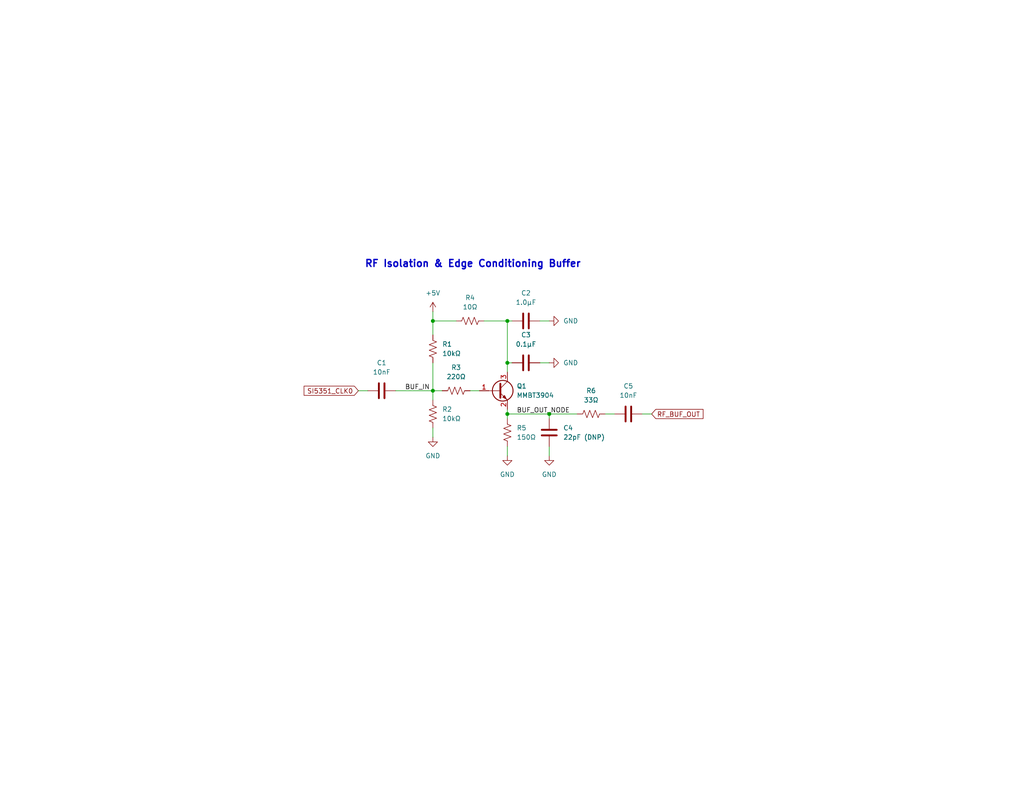
<source format=kicad_sch>
(kicad_sch (version 20250114) (generator "eeschema") (generator_version "9.0")
  (paper "A")
  (title_block (title "RF Isolation & Edge Conditioning Buffer") (date "2026-02-04") (rev "0") (company "Lee C. Bussy [AA0NT]"))
  (lib_symbols
    (symbol "Device:C" (pin_numbers (hide yes)) (pin_names (offset 0.254))
      (property "Reference" "C" (at 0.635 2.54 0))
      (property "Value" "C" (at 0.635 -2.54 0))
      (symbol "C_0_1"
        (polyline (pts (xy -2.032 0.762) (xy 2.032 0.762)) (stroke (width 0.508)))
        (polyline (pts (xy -2.032 -0.762) (xy 2.032 -0.762)) (stroke (width 0.508)))
      )
      (symbol "C_1_1"
        (pin passive line (at 0 3.81 270) (length 2.794) (name "~") (number "1"))
        (pin passive line (at 0 -3.81 90) (length 2.794) (name "~") (number "2"))
      )
    )
    (symbol "Device:R_US" (pin_numbers (hide yes)) (pin_names (offset 0))
      (property "Reference" "R" (at 2.54 0 90))
      (property "Value" "R_US" (at -2.54 0 90))
      (symbol "R_US_0_1"
        (polyline (pts (xy 0 2.286) (xy 0 2.54)))
        (polyline (pts (xy 0 2.286) (xy 1.016 1.905) (xy 0 1.524) (xy -1.016 1.143) (xy 0 0.762)))
        (polyline (pts (xy 0 0.762) (xy 1.016 0.381) (xy 0 0) (xy -1.016 -0.381) (xy 0 -0.762)))
        (polyline (pts (xy 0 -0.762) (xy 1.016 -1.143) (xy 0 -1.524) (xy -1.016 -1.905) (xy 0 -2.286)))
        (polyline (pts (xy 0 -2.286) (xy 0 -2.54)))
      )
      (symbol "R_US_1_1"
        (pin passive line (at 0 3.81 270) (length 1.27) (name "~") (number "1"))
        (pin passive line (at 0 -3.81 90) (length 1.27) (name "~") (number "2"))
      )
    )
    (symbol "Transistor_BJT:MMBT3904" (pin_names (offset 0) (hide yes))
      (property "Reference" "Q" (at 5.08 1.905 0))
      (property "Value" "MMBT3904" (at 5.08 0 0))
      (symbol "MMBT3904_0_1"
        (polyline (pts (xy -2.54 0) (xy 0.635 0)))
        (polyline (pts (xy 0.635 1.905) (xy 0.635 -1.905)) (stroke (width 0.508)))
        (circle (center 1.27 0) (radius 2.8194) (stroke (width 0.254)))
      )
      (symbol "MMBT3904_1_1"
        (polyline (pts (xy 0.635 0.635) (xy 2.54 2.54)))
        (polyline (pts (xy 0.635 -0.635) (xy 2.54 -2.54)))
        (polyline (pts (xy 1.27 -1.778) (xy 1.778 -1.27) (xy 2.286 -2.286) (xy 1.27 -1.778)) (fill (type outline)))
        (pin input line (at -5.08 0 0) (length 2.54) (name "B") (number "1"))
        (pin passive line (at 2.54 5.08 270) (length 2.54) (name "C") (number "3"))
        (pin passive line (at 2.54 -5.08 90) (length 2.54) (name "E") (number "2"))
      )
    )
    (symbol "power:+5V" (power) (pin_numbers (hide yes)) (pin_names (offset 0) (hide yes))
      (property "Value" "+5V" (at 0 3.556 0))
      (symbol "+5V_0_1"
        (polyline (pts (xy -0.762 1.27) (xy 0 2.54)))
        (polyline (pts (xy 0 2.54) (xy 0.762 1.27)))
        (polyline (pts (xy 0 0) (xy 0 2.54)))
      )
      (symbol "+5V_1_1"
        (pin power_in line (at 0 0 90) (length 0) (name "~") (number "1"))
      )
    )
    (symbol "power:GND" (power) (pin_numbers (hide yes)) (pin_names (offset 0) (hide yes))
      (property "Value" "GND" (at 0 -3.81 0))
      (symbol "GND_0_1"
        (polyline (pts (xy 0 0) (xy 0 -1.27) (xy 1.27 -1.27) (xy 0 -2.54) (xy -1.27 -1.27) (xy 0 -1.27)))
      )
      (symbol "GND_1_1"
        (pin power_in line (at 0 0 270) (length 0) (name "~") (number "1"))
      )
    )
  )
  (text "RF Isolation & Edge Conditioning Buffer" (at 129.032 72.136 0) (effects (font (size 1.905 1.905) (thickness 0.381) (bold yes))))
  (junction (at 138.43 99.06))
  (junction (at 138.43 113.03))
  (junction (at 138.43 87.63))
  (junction (at 118.11 87.63))
  (junction (at 149.86 113.03))
  (junction (at 118.11 106.68))
  (wire (pts (xy 138.43 87.63) (xy 139.7 87.63)))
  (wire (pts (xy 118.11 87.63) (xy 118.11 91.44)))
  (wire (pts (xy 138.43 121.92) (xy 138.43 124.46)))
  (wire (pts (xy 175.26 113.03) (xy 177.8 113.03)))
  (wire (pts (xy 118.11 106.68) (xy 120.65 106.68)))
  (wire (pts (xy 132.08 87.63) (xy 138.43 87.63)))
  (wire (pts (xy 107.95 106.68) (xy 118.11 106.68)))
  (wire (pts (xy 138.43 87.63) (xy 138.43 99.06)))
  (wire (pts (xy 118.11 116.84) (xy 118.11 119.38)))
  (wire (pts (xy 138.43 99.06) (xy 138.43 101.6)))
  (wire (pts (xy 118.11 87.63) (xy 124.46 87.63)))
  (wire (pts (xy 149.86 113.03) (xy 157.48 113.03)))
  (wire (pts (xy 149.86 121.92) (xy 149.86 124.46)))
  (wire (pts (xy 138.43 113.03) (xy 149.86 113.03)))
  (wire (pts (xy 118.11 106.68) (xy 118.11 109.22)))
  (wire (pts (xy 165.1 113.03) (xy 167.64 113.03)))
  (wire (pts (xy 147.32 99.06) (xy 149.86 99.06)))
  (wire (pts (xy 118.11 85.09) (xy 118.11 87.63)))
  (wire (pts (xy 138.43 113.03) (xy 138.43 114.3)))
  (wire (pts (xy 97.79 106.68) (xy 100.33 106.68)))
  (wire (pts (xy 149.86 113.03) (xy 149.86 114.3)))
  (wire (pts (xy 147.32 87.63) (xy 149.86 87.63)))
  (wire (pts (xy 118.11 99.06) (xy 118.11 106.68)))
  (wire (pts (xy 138.43 99.06) (xy 139.7 99.06)))
  (wire (pts (xy 128.27 106.68) (xy 130.81 106.68)))
  (wire (pts (xy 138.43 111.76) (xy 138.43 113.03)))
  (label "BUF_OUT_NODE" (at 140.97 113.03 0))
  (label "BUF_IN" (at 110.49 106.68 0))
  (global_label "RF_BUF_OUT" (shape input) (at 177.8 113.03 0) (effects (font (thickness 0.1588))) (property "Intersheetrefs" "${INTERSHEET_REFS}" (effects (hide yes))))
  (global_label "SI5351_CLK0" (shape input) (at 97.79 106.68 180) (property "Intersheetrefs" "${INTERSHEET_REFS}" (effects (hide yes))))
  (symbol (lib_id "Device:R_US") (at 124.46 106.68 90) (unit 1)
    (property "Reference" "R3" (at 124.46 100.33 90))
    (property "Value" "220Ω" (at 124.46 102.87 90))
    (property "Description" "Resistor, US symbol" (effects (hide yes)))
  )
  (symbol (lib_id "Device:R_US") (at 118.11 95.25 180) (unit 1)
    (property "Reference" "R1" (at 120.65 93.9799 0) (effects (justify right)))
    (property "Value" "10kΩ" (at 120.65 96.5199 0) (effects (justify right)))
    (property "Description" "Resistor, US symbol" (effects (hide yes)))
  )
  (symbol (lib_id "Device:C") (at 143.51 87.63 90) (unit 1)
    (property "Reference" "C2" (at 143.51 80.01 90))
    (property "Value" "1.0µF" (at 143.51 82.55 90))
    (property "Description" "Unpolarized capacitor" (effects (hide yes)))
  )
  (symbol (lib_id "power:GND") (at 118.11 119.38 0) (unit 1)
    (property "Reference" "#PWR02" (effects (hide yes)))
    (property "Value" "GND" (at 118.11 124.46 0))
    (property "Description" "Power symbol creates a global label with name \"GND\" , ground" (effects (hide yes)))
  )
  (symbol (lib_id "power:+5V") (at 118.11 85.09 0) (unit 1)
    (property "Reference" "#PWR01" (effects (hide yes)))
    (property "Value" "+5V" (at 118.11 80.01 0))
    (property "Description" "Power symbol creates a global label with name \"+5V\"" (effects (hide yes)))
  )
  (symbol (lib_id "Device:C") (at 143.51 99.06 90) (unit 1)
    (property "Reference" "C3" (at 143.51 91.44 90))
    (property "Value" "0.1µF" (at 143.51 93.98 90))
    (property "Description" "Unpolarized capacitor" (effects (hide yes)))
  )
  (symbol (lib_id "power:GND") (at 149.86 99.06 90) (unit 1)
    (property "Reference" "#PWR05" (effects (hide yes)))
    (property "Value" "GND" (at 153.67 99.0599 90) (effects (justify right)))
    (property "Description" "Power symbol creates a global label with name \"GND\" , ground" (effects (hide yes)))
  )
  (symbol (lib_id "Transistor_BJT:MMBT3904") (at 135.89 106.68 0) (unit 1)
    (property "Reference" "Q1" (at 140.97 105.4099 0) (effects (justify left)))
    (property "Value" "MMBT3904" (at 140.97 107.9499 0) (effects (justify left)))
    (property "Footprint" "Package_TO_SOT_SMD:SOT-23" (effects (hide yes)))
    (property "Datasheet" "https://www.onsemi.com/pdf/datasheet/pzt3904-d.pdf" (effects (hide yes)))
    (property "Description" "0.2A Ic, 40V Vce, Small Signal NPN Transistor, SOT-23" (effects (hide yes)))
    (property "Sim.Device" "NPN" (effects (hide yes)))
    (property "Sim.Pins" "1=B 2=E 3=C" (effects (hide yes)))
  )
  (symbol (lib_id "Device:R_US") (at 138.43 118.11 180) (unit 1)
    (property "Reference" "R5" (at 140.97 116.8399 0) (effects (justify right)))
    (property "Value" "150Ω" (at 140.97 119.3799 0) (effects (justify right)))
    (property "Description" "Resistor, US symbol" (effects (hide yes)))
  )
  (symbol (lib_id "Device:R_US") (at 118.11 113.03 0) (unit 1)
    (property "Reference" "R2" (at 120.65 111.7599 0) (effects (justify left)))
    (property "Value" "10kΩ" (at 120.65 114.2999 0) (effects (justify left)))
    (property "Description" "Resistor, US symbol" (effects (hide yes)))
  )
  (symbol (lib_id "Device:R_US") (at 161.29 113.03 90) (unit 1)
    (property "Reference" "R6" (at 161.29 106.68 90))
    (property "Value" "33Ω" (at 161.29 109.22 90))
    (property "Description" "Resistor, US symbol" (effects (hide yes)))
  )
  (symbol (lib_id "power:GND") (at 138.43 124.46 0) (unit 1)
    (property "Reference" "#PWR03" (effects (hide yes)))
    (property "Value" "GND" (at 138.43 129.54 0))
    (property "Description" "Power symbol creates a global label with name \"GND\" , ground" (effects (hide yes)))
  )
  (symbol (lib_id "Device:C") (at 149.86 118.11 180) (unit 1)
    (property "Reference" "C4" (at 153.67 116.8399 0) (effects (justify right)))
    (property "Value" "22pF (DNP)" (at 153.67 119.3799 0) (effects (justify right)))
    (property "Description" "Unpolarized capacitor" (effects (hide yes)))
  )
  (symbol (lib_id "Device:C") (at 104.14 106.68 90) (unit 1)
    (property "Reference" "C1" (at 104.14 99.06 90))
    (property "Value" "10nF" (at 104.14 101.6 90))
    (property "Description" "Unpolarized capacitor" (effects (hide yes)))
  )
  (symbol (lib_id "Device:C") (at 171.45 113.03 270) (unit 1)
    (property "Reference" "C5" (at 171.45 105.41 90))
    (property "Value" "10nF" (at 171.45 107.95 90))
    (property "Description" "Unpolarized capacitor" (effects (hide yes)))
  )
  (symbol (lib_id "power:GND") (at 149.86 124.46 0) (unit 1)
    (property "Reference" "#PWR06" (effects (hide yes)))
    (property "Value" "GND" (at 149.86 129.54 0))
    (property "Description" "Power symbol creates a global label with name \"GND\" , ground" (effects (hide yes)))
  )
  (symbol (lib_id "power:GND") (at 149.86 87.63 90) (unit 1)
    (property "Reference" "#PWR04" (effects (hide yes)))
    (property "Value" "GND" (at 153.67 87.6299 90) (effects (justify right)))
    (property "Description" "Power symbol creates a global label with name \"GND\" , ground" (effects (hide yes)))
  )
  (symbol (lib_id "Device:R_US") (at 128.27 87.63 90) (unit 1)
    (property "Reference" "R4" (at 128.27 81.28 90))
    (property "Value" "10Ω" (at 128.27 83.82 90))
    (property "Description" "Resistor, US symbol" (effects (hide yes)))
  )
)
</source>
